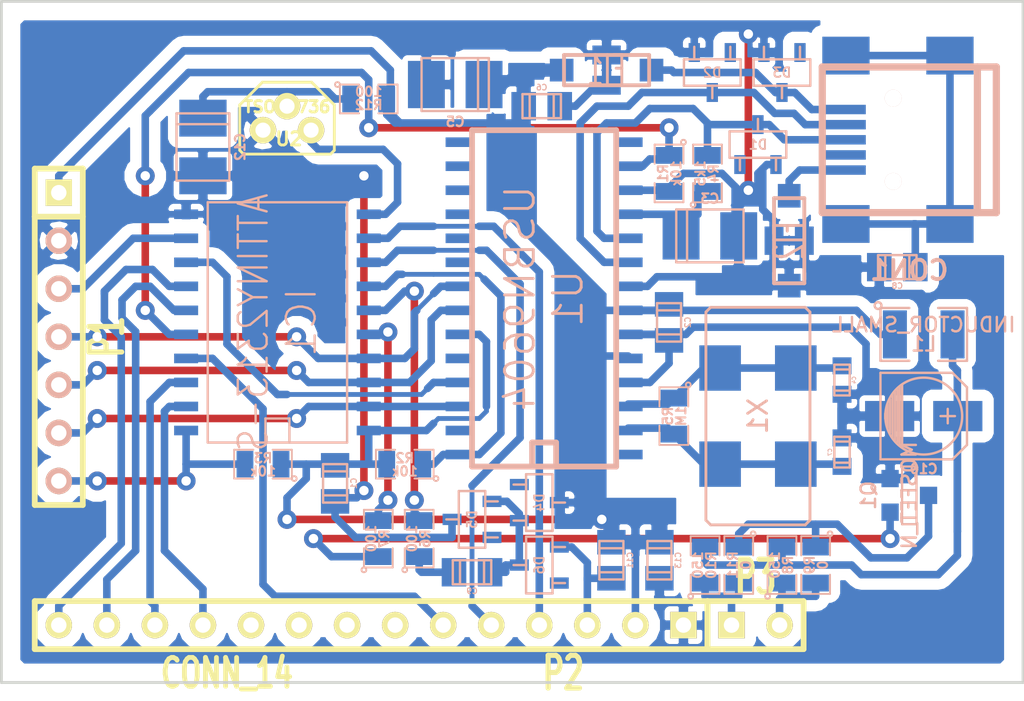
<source format=kicad_pcb>
(kicad_pcb (version 3) (host pcbnew "(2013-jul-07)-stable")
  (layers (15 F.Cu signal) (0 B.Cu signal) (18 B.Paste user) (19 F.Paste user) (20 B.SilkS user) (21 F.SilkS user) (22 B.Mask user) (23 F.Mask user) (28 Edge.Cuts user))
  (net 0 "")
  (net 1 +5V)
  (net 2 /BACKLIGHT_PWM)
  (net 3 /CONTRAST_PWM)
  (net 4 /DISPLAY_D0)
  (net 5 /DISPLAY_D1)
  (net 6 /DISPLAY_D2)
  (net 7 /DISPLAY_D3)
  (net 8 /DISPLAY_ENABLE)
  (net 9 /DISPLAY_RS)
  (net 10 /DISPLAY_RW)
  (net 11 /EXT_CS)
  (net 12 /IR)
  (net 13 /RESET)
  (net 14 /USB_CS)
  (net 15 /USB_INTR)
  (net 16 /USB_RESET)
  (net 17 /USB_SCK)
  (net 18 /USB_SI)
  (net 19 /USB_SO)
  (net 20 GND)
  (net 21 N-000001)
  (net 22 N-0000010)
  (net 23 N-0000011)
  (net 24 N-0000012)
  (net 25 N-0000014)
  (net 26 N-000002)
  (net 27 N-000003)
  (net 28 N-0000034)
  (net 29 N-000004)
  (net 30 N-0000049)
  (net 31 N-000005)
  (net 32 N-0000050)
  (net 33 N-0000051)
  (net 34 N-000006)
  (net 35 N-000007)
  (net 36 N-000008)
  (net 37 N-000009)
  (module USB_MINI_B (layer B.Cu) (at 270.764 150.114 180)
    (fp_text reference CON1 (at 0 -6.90118 180) (layer B.SilkS) (effects (font (size 1.016 1.016) (thickness 0.2032)) (justify mirror)))
    (fp_text value USB-MINI-B hide)
    (pad 1 smd rect (at 3.44932 1.6002 180) (size 2.30124 0.50038) (layers B.Cu B.Paste B.Mask) (net 22 N-0000010))
    (pad 2 smd rect (at 3.44932 0.8001 180) (size 2.30124 0.50038) (layers B.Cu B.Paste B.Mask) (net 24 N-0000012))
    (pad 3 smd rect (at 3.44932 0 180) (size 2.30124 0.50038) (layers B.Cu B.Paste B.Mask) (net 23 N-0000011))
    (pad 4 smd rect (at 3.44932 -0.8001 180) (size 2.30124 0.50038) (layers B.Cu B.Paste B.Mask))
    (pad 5 smd rect (at 3.44932 -1.6002 180) (size 2.30124 0.50038) (layers B.Cu B.Paste B.Mask) (net 36 N-000008))
    (pad 6 smd rect (at 3.35026 4.45008 180) (size 2.49936 1.99898) (layers B.Cu B.Paste B.Mask) (net 35 N-000007))
    (pad 7 smd rect (at -2.14884 4.45008 180) (size 2.49936 1.99898) (layers B.Cu B.Paste B.Mask) (net 35 N-000007))
    (pad 8 smd rect (at 3.35026 -4.45008 180) (size 2.49936 1.99898) (layers B.Cu B.Paste B.Mask) (net 35 N-000007))
    (pad 9 smd rect (at -2.14884 -4.45008 180) (size 2.49936 1.99898) (layers B.Cu B.Paste B.Mask) (net 35 N-000007))
    (pad "" np_thru_hole circle (at 0.8509 2.19964 180) (size 0.89916 0.89916) (drill 0.89916) (layers *.Cu *.Mask B.SilkS))
    (pad 2 np_thru_hole circle (at 0.8509 -2.19964 180) (size 0.89916 0.89916) (drill 0.89916) (layers *.Cu *.Mask B.SilkS) (net 24 N-0000012))
  )
  (module TO92PN (layer F.Cu) (at 237.871 148.971 180)
    (fp_text reference U2 (at -0.1 -1.1 180) (layer F.SilkS) (effects (font (size 0.7 0.7))))
    (fp_text value TSOP1736 (at 0 0.6 180) (layer F.SilkS) (effects (font (size 0.6 0.6))))
    (pad 1 thru_hole circle (at 1.27 -0.635 180) (size 1.4 1.4) (drill 0.8) (layers *.Cu *.Mask F.SilkS) (net 20 GND))
    (pad 2 thru_hole circle (at 0 0.635 180) (size 1.4 1.4) (drill 0.8) (layers *.Cu *.Mask F.SilkS) (net 28 N-0000034))
    (pad 3 thru_hole circle (at -1.27 -0.635 180) (size 1.4 1.4) (drill 0.8) (layers *.Cu *.Mask F.SilkS) (net 12 /IR))
  )
  (module SOT23GDS (layer B.Cu) (at 270.764 168.91 270)
    (fp_text reference Q1 (at 0 2.159 270) (layer B.SilkS) (effects (font (size 0.762 0.762) (thickness 0.12954)) (justify mirror)))
    (fp_text value MOSFET_N (at 0 0 270) (layer B.SilkS) (effects (font (size 0.762 0.762) (thickness 0.12954)) (justify mirror)))
    (pad S smd rect (at -0.889 1.016 270) (size 0.9144 0.9144) (layers B.Cu B.Paste B.Mask) (net 20 GND))
    (pad G smd rect (at 0.889 1.016 270) (size 0.9144 0.9144) (layers B.Cu B.Paste B.Mask) (net 31 N-000005))
    (pad D smd rect (at 0 -1.016 270) (size 0.9144 0.9144) (layers B.Cu B.Paste B.Mask) (net 34 N-000006))
  )
  (module sot23 (layer B.Cu) (at 251.206 169.291 90)
    (fp_text reference D4 (at 0 0 90) (layer B.SilkS) (effects (font (size 0.50038 0.50038) (thickness 0.09906)) (justify mirror)))
    (fp_text value DIODESCH hide)
    (pad 1 smd rect (at -0.9525 -1.05664 90) (size 0.59944 1.00076) (layers B.Cu B.Paste B.Mask) (net 27 N-000003))
    (pad 2 smd rect (at 0 1.05664 90) (size 0.59944 1.00076) (layers B.Cu B.Paste B.Mask) (net 1 +5V))
    (pad 3 smd rect (at 0.9525 -1.05664 90) (size 0.59944 1.00076) (layers B.Cu B.Paste B.Mask))
  )
  (module sot23 (layer B.Cu) (at 251.206 172.593 270)
    (fp_text reference D6 (at 0 0 270) (layer B.SilkS) (effects (font (size 0.50038 0.50038) (thickness 0.09906)) (justify mirror)))
    (fp_text value DIODESCH hide)
    (pad 1 smd rect (at -0.9525 -1.05664 270) (size 0.59944 1.00076) (layers B.Cu B.Paste B.Mask) (net 26 N-000002))
    (pad 2 smd rect (at 0 1.05664 270) (size 0.59944 1.00076) (layers B.Cu B.Paste B.Mask) (net 27 N-000003))
    (pad 3 smd rect (at 0.9525 -1.05664 270) (size 0.59944 1.00076) (layers B.Cu B.Paste B.Mask))
  )
  (module sot23 (layer B.Cu) (at 247.65 170.18 270)
    (fp_text reference D5 (at 0 0 270) (layer B.SilkS) (effects (font (size 0.50038 0.50038) (thickness 0.09906)) (justify mirror)))
    (fp_text value DIODESCH hide)
    (pad 1 smd rect (at -0.9525 -1.05664 270) (size 0.59944 1.00076) (layers B.Cu B.Paste B.Mask) (net 27 N-000003))
    (pad 2 smd rect (at 0 1.05664 270) (size 0.59944 1.00076) (layers B.Cu B.Paste B.Mask) (net 20 GND))
    (pad 3 smd rect (at 0.9525 -1.05664 270) (size 0.59944 1.00076) (layers B.Cu B.Paste B.Mask))
  )
  (module SO28 (layer B.Cu) (at 251.46 158.496 90)
    (fp_text reference U1 (at 0 1.26492 90) (layer B.SilkS) (effects (font (size 1.524 1.524) (thickness 0.1524)) (justify mirror)))
    (fp_text value USBN9604 (at 0 -1.27 90) (layer B.SilkS) (effects (font (size 1.524 1.524) (thickness 0.1524)) (justify mirror)))
    (pad 1 smd rect (at -8.255 -4.572 90) (size 0.508 1.27) (layers B.Cu B.Paste B.Mask) (net 14 /USB_CS))
    (pad 2 smd rect (at -6.985 -4.572 90) (size 0.508 1.27) (layers B.Cu B.Paste B.Mask))
    (pad 3 smd rect (at -5.715 -4.572 90) (size 0.508 1.27) (layers B.Cu B.Paste B.Mask) (net 17 /USB_SCK))
    (pad 4 smd rect (at -4.445 -4.572 90) (size 0.508 1.27) (layers B.Cu B.Paste B.Mask) (net 15 /USB_INTR))
    (pad 5 smd rect (at -3.175 -4.572 90) (size 0.508 1.27) (layers B.Cu B.Paste B.Mask))
    (pad 6 smd rect (at -1.905 -4.572 90) (size 0.508 1.27) (layers B.Cu B.Paste B.Mask) (net 1 +5V))
    (pad 7 smd rect (at -0.635 -4.572 90) (size 0.508 1.27) (layers B.Cu B.Paste B.Mask) (net 18 /USB_SI))
    (pad 8 smd rect (at 0.635 -4.572 90) (size 0.508 1.27) (layers B.Cu B.Paste B.Mask) (net 19 /USB_SO))
    (pad 9 smd rect (at 1.905 -4.572 90) (size 0.508 1.27) (layers B.Cu B.Paste B.Mask))
    (pad 10 smd rect (at 3.175 -4.572 90) (size 0.508 1.27) (layers B.Cu B.Paste B.Mask))
    (pad 11 smd rect (at 4.445 -4.572 90) (size 0.508 1.27) (layers B.Cu B.Paste B.Mask))
    (pad 12 smd rect (at 5.715 -4.572 90) (size 0.508 1.27) (layers B.Cu B.Paste B.Mask))
    (pad 13 smd rect (at 6.985 -4.572 90) (size 0.508 1.27) (layers B.Cu B.Paste B.Mask))
    (pad 14 smd rect (at 8.255 -4.572 90) (size 0.508 1.27) (layers B.Cu B.Paste B.Mask))
    (pad 15 smd rect (at 8.255 4.572 90) (size 0.508 1.27) (layers B.Cu B.Paste B.Mask))
    (pad 16 smd rect (at 6.985 4.572 90) (size 0.508 1.27) (layers B.Cu B.Paste B.Mask) (net 16 /USB_RESET))
    (pad 17 smd rect (at 5.715 4.572 90) (size 0.508 1.27) (layers B.Cu B.Paste B.Mask) (net 20 GND))
    (pad 18 smd rect (at 4.445 4.572 90) (size 0.508 1.27) (layers B.Cu B.Paste B.Mask) (net 37 N-000009))
    (pad 19 smd rect (at 3.175 4.572 90) (size 0.508 1.27) (layers B.Cu B.Paste B.Mask) (net 23 N-0000011))
    (pad 20 smd rect (at 1.905 4.572 90) (size 0.508 1.27) (layers B.Cu B.Paste B.Mask) (net 24 N-0000012))
    (pad 21 smd rect (at 0.635 4.572 90) (size 0.508 1.27) (layers B.Cu B.Paste B.Mask) (net 20 GND))
    (pad 22 smd rect (at -0.635 4.572 90) (size 0.508 1.27) (layers B.Cu B.Paste B.Mask) (net 1 +5V))
    (pad 23 smd rect (at -1.905 4.572 90) (size 0.508 1.27) (layers B.Cu B.Paste B.Mask) (net 20 GND))
    (pad 24 smd rect (at -3.175 4.572 90) (size 0.508 1.27) (layers B.Cu B.Paste B.Mask) (net 1 +5V))
    (pad 25 smd rect (at -4.445 4.572 90) (size 0.508 1.27) (layers B.Cu B.Paste B.Mask) (net 20 GND))
    (pad 26 smd rect (at -5.715 4.572 90) (size 0.508 1.27) (layers B.Cu B.Paste B.Mask) (net 33 N-0000051))
    (pad 27 smd rect (at -6.985 4.572 90) (size 0.508 1.27) (layers B.Cu B.Paste B.Mask) (net 30 N-0000049))
    (pad 28 smd rect (at -8.255 4.572 90) (size 0.508 1.27) (layers B.Cu B.Paste B.Mask))
  )
  (module SO20L (layer B.Cu) (at 237.363 159.766 90)
    (fp_text reference IC1 (at 0 1.27 90) (layer B.SilkS) (effects (font (size 1.524 1.524) (thickness 0.127)) (justify mirror)))
    (fp_text value ATTINY2313-S (at 0 -1.27 90) (layer B.SilkS) (effects (font (size 1.524 1.27) (thickness 0.127)) (justify mirror)))
    (pad 11 smd rect (at 5.715 4.826 90) (size 0.508 1.27) (layers B.Cu B.Paste B.Mask) (net 12 /IR))
    (pad 12 smd rect (at 4.445 4.826 90) (size 0.508 1.27) (layers B.Cu B.Paste B.Mask) (net 9 /DISPLAY_RS))
    (pad 13 smd rect (at 3.175 4.826 90) (size 0.508 1.27) (layers B.Cu B.Paste B.Mask) (net 10 /DISPLAY_RW))
    (pad 14 smd rect (at 1.905 4.826 90) (size 0.508 1.27) (layers B.Cu B.Paste B.Mask) (net 14 /USB_CS))
    (pad 15 smd rect (at 0.635 4.826 90) (size 0.508 1.27) (layers B.Cu B.Paste B.Mask) (net 3 /CONTRAST_PWM))
    (pad 16 smd rect (at -0.635 4.826 90) (size 0.508 1.27) (layers B.Cu B.Paste B.Mask) (net 2 /BACKLIGHT_PWM))
    (pad 17 smd rect (at -1.905 4.826 90) (size 0.508 1.27) (layers B.Cu B.Paste B.Mask) (net 19 /USB_SO))
    (pad 18 smd rect (at -3.175 4.826 90) (size 0.508 1.27) (layers B.Cu B.Paste B.Mask) (net 18 /USB_SI))
    (pad 19 smd rect (at -4.445 4.826 90) (size 0.508 1.27) (layers B.Cu B.Paste B.Mask) (net 17 /USB_SCK))
    (pad 20 smd rect (at -5.715 4.826 90) (size 0.508 1.27) (layers B.Cu B.Paste B.Mask) (net 1 +5V))
    (pad 1 smd rect (at -5.715 -4.826 90) (size 0.508 1.27) (layers B.Cu B.Paste B.Mask) (net 13 /RESET))
    (pad 2 smd rect (at -4.445 -4.826 90) (size 0.508 1.27) (layers B.Cu B.Paste B.Mask) (net 4 /DISPLAY_D0))
    (pad 3 smd rect (at -3.175 -4.826 90) (size 0.508 1.27) (layers B.Cu B.Paste B.Mask) (net 5 /DISPLAY_D1))
    (pad 4 smd rect (at -1.905 -4.826 90) (size 0.508 1.27) (layers B.Cu B.Paste B.Mask) (net 8 /DISPLAY_ENABLE))
    (pad 5 smd rect (at -0.635 -4.826 90) (size 0.508 1.27) (layers B.Cu B.Paste B.Mask) (net 16 /USB_RESET))
    (pad 6 smd rect (at 0.635 -4.826 90) (size 0.508 1.27) (layers B.Cu B.Paste B.Mask) (net 6 /DISPLAY_D2))
    (pad 7 smd rect (at 1.905 -4.826 90) (size 0.508 1.27) (layers B.Cu B.Paste B.Mask) (net 7 /DISPLAY_D3))
    (pad 8 smd rect (at 3.175 -4.826 90) (size 0.508 1.27) (layers B.Cu B.Paste B.Mask) (net 15 /USB_INTR))
    (pad 9 smd rect (at 4.445 -4.826 90) (size 0.508 1.27) (layers B.Cu B.Paste B.Mask) (net 11 /EXT_CS))
    (pad 10 smd rect (at 5.715 -4.826 90) (size 0.508 1.27) (layers B.Cu B.Paste B.Mask) (net 20 GND))
  )
  (module SM0805 (layer B.Cu) (at 265.811 172.593 270)
    (fp_text reference R9 (at 0 0.3175 270) (layer B.SilkS) (effects (font (size 0.50038 0.50038) (thickness 0.10922)) (justify mirror)))
    (fp_text value 0 (at 0 -0.381 270) (layer B.SilkS) (effects (font (size 0.50038 0.50038) (thickness 0.10922)) (justify mirror)))
    (pad 1 smd rect (at -0.9525 0 270) (size 0.889 1.397) (layers B.Cu B.Paste B.Mask) (net 34 N-000006))
    (pad 2 smd rect (at 0.9525 0 270) (size 0.889 1.397) (layers B.Cu B.Paste B.Mask) (net 25 N-0000014))
  )
  (module SM0805 (layer B.Cu) (at 244.856 171.196 90)
    (fp_text reference R6 (at 0 0.3175 90) (layer B.SilkS) (effects (font (size 0.50038 0.50038) (thickness 0.10922)) (justify mirror)))
    (fp_text value 100 (at 0 -0.381 90) (layer B.SilkS) (effects (font (size 0.50038 0.50038) (thickness 0.10922)) (justify mirror)))
    (pad 1 smd rect (at -0.9525 0 90) (size 0.889 1.397) (layers B.Cu B.Paste B.Mask) (net 32 N-0000050))
    (pad 2 smd rect (at 0.9525 0 90) (size 0.889 1.397) (layers B.Cu B.Paste B.Mask) (net 3 /CONTRAST_PWM))
  )
  (module SM0805 (layer B.Cu) (at 242.189 147.955)
    (fp_text reference R12 (at 0 0.3175) (layer B.SilkS) (effects (font (size 0.50038 0.50038) (thickness 0.10922)) (justify mirror)))
    (fp_text value 100 (at 0 -0.381) (layer B.SilkS) (effects (font (size 0.50038 0.50038) (thickness 0.10922)) (justify mirror)))
    (pad 1 smd rect (at -0.9525 0) (size 0.889 1.397) (layers B.Cu B.Paste B.Mask) (net 28 N-0000034))
    (pad 2 smd rect (at 0.9525 0) (size 0.889 1.397) (layers B.Cu B.Paste B.Mask) (net 1 +5V))
  )
  (module SM0805 (layer B.Cu) (at 260.096 151.892 90)
    (fp_text reference R4 (at 0 0.3175 90) (layer B.SilkS) (effects (font (size 0.50038 0.50038) (thickness 0.10922)) (justify mirror)))
    (fp_text value 1k5 (at 0 -0.381 90) (layer B.SilkS) (effects (font (size 0.50038 0.50038) (thickness 0.10922)) (justify mirror)))
    (pad 1 smd rect (at -0.9525 0 90) (size 0.889 1.397) (layers B.Cu B.Paste B.Mask) (net 37 N-000009))
    (pad 2 smd rect (at 0.9525 0 90) (size 0.889 1.397) (layers B.Cu B.Paste B.Mask) (net 23 N-0000011))
  )
  (module SM0805 (layer B.Cu) (at 258.318 164.719 270)
    (fp_text reference R5 (at 0 0.3175 270) (layer B.SilkS) (effects (font (size 0.50038 0.50038) (thickness 0.10922)) (justify mirror)))
    (fp_text value 1M (at 0 -0.381 270) (layer B.SilkS) (effects (font (size 0.50038 0.50038) (thickness 0.10922)) (justify mirror)))
    (pad 1 smd rect (at -0.9525 0 270) (size 0.889 1.397) (layers B.Cu B.Paste B.Mask) (net 33 N-0000051))
    (pad 2 smd rect (at 0.9525 0 270) (size 0.889 1.397) (layers B.Cu B.Paste B.Mask) (net 30 N-0000049))
  )
  (module SM0805 (layer B.Cu) (at 242.697 171.196 90)
    (fp_text reference R7 (at 0 0.3175 90) (layer B.SilkS) (effects (font (size 0.50038 0.50038) (thickness 0.10922)) (justify mirror)))
    (fp_text value 100 (at 0 -0.381 90) (layer B.SilkS) (effects (font (size 0.50038 0.50038) (thickness 0.10922)) (justify mirror)))
    (pad 1 smd rect (at -0.9525 0 90) (size 0.889 1.397) (layers B.Cu B.Paste B.Mask) (net 31 N-000005))
    (pad 2 smd rect (at 0.9525 0 90) (size 0.889 1.397) (layers B.Cu B.Paste B.Mask) (net 2 /BACKLIGHT_PWM))
  )
  (module SM0805 (layer B.Cu) (at 261.747 172.593 270)
    (fp_text reference R11 (at 0 0.3175 270) (layer B.SilkS) (effects (font (size 0.50038 0.50038) (thickness 0.10922)) (justify mirror)))
    (fp_text value 0 (at 0 -0.381 270) (layer B.SilkS) (effects (font (size 0.50038 0.50038) (thickness 0.10922)) (justify mirror)))
    (pad 1 smd rect (at -0.9525 0 270) (size 0.889 1.397) (layers B.Cu B.Paste B.Mask) (net 34 N-000006))
    (pad 2 smd rect (at 0.9525 0 270) (size 0.889 1.397) (layers B.Cu B.Paste B.Mask) (net 21 N-000001))
  )
  (module SM0805 (layer B.Cu) (at 264.033 172.593 90)
    (fp_text reference R8 (at 0 0.3175 90) (layer B.SilkS) (effects (font (size 0.50038 0.50038) (thickness 0.10922)) (justify mirror)))
    (fp_text value 150 (at 0 -0.381 90) (layer B.SilkS) (effects (font (size 0.50038 0.50038) (thickness 0.10922)) (justify mirror)))
    (pad 1 smd rect (at -0.9525 0 90) (size 0.889 1.397) (layers B.Cu B.Paste B.Mask) (net 25 N-0000014))
    (pad 2 smd rect (at 0.9525 0 90) (size 0.889 1.397) (layers B.Cu B.Paste B.Mask) (net 29 N-000004))
  )
  (module SM0805 (layer B.Cu) (at 259.969 172.593 90)
    (fp_text reference R10 (at 0 0.3175 90) (layer B.SilkS) (effects (font (size 0.50038 0.50038) (thickness 0.10922)) (justify mirror)))
    (fp_text value 150 (at 0 -0.381 90) (layer B.SilkS) (effects (font (size 0.50038 0.50038) (thickness 0.10922)) (justify mirror)))
    (pad 1 smd rect (at -0.9525 0 90) (size 0.889 1.397) (layers B.Cu B.Paste B.Mask) (net 21 N-000001))
    (pad 2 smd rect (at 0.9525 0 90) (size 0.889 1.397) (layers B.Cu B.Paste B.Mask) (net 29 N-000004))
  )
  (module SM0805 (layer B.Cu) (at 258.064 151.892 270)
    (fp_text reference R1 (at 0 0.3175 270) (layer B.SilkS) (effects (font (size 0.50038 0.50038) (thickness 0.10922)) (justify mirror)))
    (fp_text value 10k (at 0 -0.381 270) (layer B.SilkS) (effects (font (size 0.50038 0.50038) (thickness 0.10922)) (justify mirror)))
    (pad 1 smd rect (at -0.9525 0 270) (size 0.889 1.397) (layers B.Cu B.Paste B.Mask) (net 16 /USB_RESET))
    (pad 2 smd rect (at 0.9525 0 270) (size 0.889 1.397) (layers B.Cu B.Paste B.Mask) (net 20 GND))
  )
  (module SM0805 (layer B.Cu) (at 236.601 167.259 180)
    (fp_text reference R3 (at 0 0.3175 180) (layer B.SilkS) (effects (font (size 0.50038 0.50038) (thickness 0.10922)) (justify mirror)))
    (fp_text value 10k (at 0 -0.381 180) (layer B.SilkS) (effects (font (size 0.50038 0.50038) (thickness 0.10922)) (justify mirror)))
    (pad 1 smd rect (at -0.9525 0 180) (size 0.889 1.397) (layers B.Cu B.Paste B.Mask) (net 1 +5V))
    (pad 2 smd rect (at 0.9525 0 180) (size 0.889 1.397) (layers B.Cu B.Paste B.Mask) (net 13 /RESET))
  )
  (module SM0805 (layer B.Cu) (at 244.094 167.259 180)
    (fp_text reference R2 (at 0 0.3175 180) (layer B.SilkS) (effects (font (size 0.50038 0.50038) (thickness 0.10922)) (justify mirror)))
    (fp_text value 10k (at 0 -0.381 180) (layer B.SilkS) (effects (font (size 0.50038 0.50038) (thickness 0.10922)) (justify mirror)))
    (pad 1 smd rect (at -0.9525 0 180) (size 0.889 1.397) (layers B.Cu B.Paste B.Mask) (net 14 /USB_CS))
    (pad 2 smd rect (at 0.9525 0 180) (size 0.889 1.397) (layers B.Cu B.Paste B.Mask) (net 1 +5V))
  )
  (module SIL-7 (layer F.Cu) (at 225.806 160.528 270)
    (fp_text reference P1 (at 0 -2.54 270) (layer F.SilkS) (effects (font (size 1.72974 1.08712) (thickness 0.3048))))
    (fp_text value CONN_7 hide)
    (pad 1 thru_hole rect (at -7.62 0 270) (size 1.397 1.397) (drill 0.8128) (layers *.Cu *.Mask F.SilkS) (net 1 +5V))
    (pad 2 thru_hole circle (at -5.08 0 270) (size 1.397 1.397) (drill 0.8128) (layers *.Cu *.SilkS *.Mask) (net 20 GND))
    (pad 3 thru_hole circle (at -2.54 0 270) (size 1.397 1.397) (drill 0.8128) (layers *.Cu *.SilkS *.Mask) (net 11 /EXT_CS))
    (pad 4 thru_hole circle (at 0 0 270) (size 1.397 1.397) (drill 0.8128) (layers *.Cu *.SilkS *.Mask) (net 19 /USB_SO))
    (pad 5 thru_hole circle (at 2.54 0 270) (size 1.397 1.397) (drill 0.8128) (layers *.Cu *.SilkS *.Mask) (net 18 /USB_SI))
    (pad 6 thru_hole circle (at 5.08 0 270) (size 1.397 1.397) (drill 0.8128) (layers *.Cu *.SilkS *.Mask) (net 17 /USB_SCK))
    (pad 7 thru_hole circle (at 7.62 0 270) (size 1.397 1.397) (drill 0.8128) (layers *.Cu *.SilkS *.Mask) (net 13 /RESET))
  )
  (module SIL-2 (layer F.Cu) (at 262.636 175.768)
    (fp_text reference P3 (at 0 -2.54) (layer F.SilkS) (effects (font (size 1.72974 1.08712) (thickness 0.3048))))
    (fp_text value CONN_2 hide)
    (pad 1 thru_hole rect (at -1.27 0) (size 1.397 1.397) (drill 0.8128) (layers *.Cu *.Mask F.SilkS) (net 21 N-000001))
    (pad 2 thru_hole circle (at 1.27 0) (size 1.397 1.397) (drill 0.8128) (layers *.Cu *.Mask F.SilkS) (net 25 N-0000014))
  )
  (module SIL-14 (layer F.Cu) (at 242.316 175.768 180)
    (fp_text reference P2 (at -10.16 -2.54 180) (layer F.SilkS) (effects (font (size 1.72974 1.08712) (thickness 0.3048))))
    (fp_text value CONN_14 (at 7.62 -2.54 180) (layer F.SilkS) (effects (font (size 1.524 1.016) (thickness 0.3048))))
    (pad 1 thru_hole rect (at -16.51 0 180) (size 1.397 1.397) (drill 0.8128) (layers *.Cu *.Mask F.SilkS) (net 20 GND))
    (pad 2 thru_hole circle (at -13.97 0 180) (size 1.397 1.397) (drill 0.8128) (layers *.Cu *.Mask F.SilkS) (net 1 +5V))
    (pad 3 thru_hole circle (at -11.43 0 180) (size 1.397 1.397) (drill 0.8128) (layers *.Cu *.Mask F.SilkS) (net 26 N-000002))
    (pad 4 thru_hole circle (at -8.89 0 180) (size 1.397 1.397) (drill 0.8128) (layers *.Cu *.Mask F.SilkS) (net 9 /DISPLAY_RS))
    (pad 5 thru_hole circle (at -6.35 0 180) (size 1.397 1.397) (drill 0.8128) (layers *.Cu *.Mask F.SilkS) (net 10 /DISPLAY_RW))
    (pad 6 thru_hole circle (at -3.81 0 180) (size 1.397 1.397) (drill 0.8128) (layers *.Cu *.Mask F.SilkS) (net 8 /DISPLAY_ENABLE))
    (pad 7 thru_hole circle (at -1.27 0 180) (size 1.397 1.397) (drill 0.8128) (layers *.Cu *.Mask F.SilkS))
    (pad 8 thru_hole circle (at 1.27 0 180) (size 1.397 1.397) (drill 0.8128) (layers *.Cu *.Mask F.SilkS))
    (pad 9 thru_hole circle (at 3.81 0 180) (size 1.397 1.397) (drill 0.8128) (layers *.Cu *.Mask F.SilkS))
    (pad 10 thru_hole circle (at 6.35 0 180) (size 1.397 1.397) (drill 0.8128) (layers *.Cu *.Mask F.SilkS))
    (pad 11 thru_hole circle (at 8.89 0 180) (size 1.397 1.397) (drill 0.8128) (layers *.Cu *.Mask F.SilkS) (net 4 /DISPLAY_D0))
    (pad 12 thru_hole circle (at 11.43 0 180) (size 1.397 1.397) (drill 0.8128) (layers *.Cu *.Mask F.SilkS) (net 5 /DISPLAY_D1))
    (pad 13 thru_hole circle (at 13.97 0 180) (size 1.397 1.397) (drill 0.8128) (layers *.Cu *.Mask F.SilkS) (net 6 /DISPLAY_D2))
    (pad 14 thru_hole circle (at 16.51 0 180) (size 1.397 1.397) (drill 0.8128) (layers *.Cu *.Mask F.SilkS) (net 7 /DISPLAY_D3))
  )
  (module crystal_c1 (layer B.Cu) (at 262.763 164.719 270)
    (fp_text reference X1 (at 0 0 270) (layer B.SilkS) (effects (justify mirror)))
    (fp_text value 24MHz hide)
    (pad 1 smd rect (at -2.54 -2 270) (size 2.4 2.2) (layers B.Cu B.Paste B.Mask) (net 33 N-0000051))
    (pad 2 smd rect (at 2.54 2 270) (size 2.4 2.2) (layers B.Cu B.Paste B.Mask) (net 30 N-0000049))
    (pad 1 smd rect (at -2.54 2 270) (size 2.4 2.2) (layers B.Cu B.Paste B.Mask) (net 33 N-0000051))
    (pad 2 smd rect (at 2.54 -2 270) (size 2.4 2.2) (layers B.Cu B.Paste B.Mask) (net 30 N-0000049))
  )
  (module c_tant_B (layer B.Cu) (at 246.761 147.193)
    (fp_text reference C5 (at 0 1.9685) (layer B.SilkS) (effects (font (size 0.50038 0.50038) (thickness 0.11938)) (justify mirror)))
    (fp_text value 10µ hide)
    (pad 1 smd rect (at 1.524 0) (size 1.95072 2.49936) (layers B.Cu B.Paste B.Mask) (net 1 +5V))
    (pad 2 smd rect (at -1.524 0) (size 1.95072 2.49936) (layers B.Cu B.Paste B.Mask) (net 20 GND))
  )
  (module c_tant_B (layer B.Cu) (at 260.223 155.194 180)
    (fp_text reference C3 (at 0 1.9685 180) (layer B.SilkS) (effects (font (size 0.50038 0.50038) (thickness 0.11938)) (justify mirror)))
    (fp_text value "1µ Tantal" hide)
    (pad 1 smd rect (at 1.524 0 180) (size 1.95072 2.49936) (layers B.Cu B.Paste B.Mask) (net 37 N-000009))
    (pad 2 smd rect (at -1.524 0 180) (size 1.95072 2.49936) (layers B.Cu B.Paste B.Mask) (net 20 GND))
  )
  (module c_0805 (layer B.Cu) (at 247.65 172.974)
    (fp_text reference C9 (at 0 0.9906) (layer B.SilkS) (effects (font (size 0.29972 0.29972) (thickness 0.06096)) (justify mirror)))
    (fp_text value 100n hide)
    (pad 1 smd rect (at 0.9525 0) (size 1.30048 1.4986) (layers B.Cu B.Paste B.Mask) (net 27 N-000003))
    (pad 2 smd rect (at -0.9525 0) (size 1.30048 1.4986) (layers B.Cu B.Paste B.Mask) (net 32 N-0000050))
  )
  (module c_0805 (layer B.Cu) (at 255.016 172.339 90)
    (fp_text reference C11 (at 0 0.9906 90) (layer B.SilkS) (effects (font (size 0.29972 0.29972) (thickness 0.06096)) (justify mirror)))
    (fp_text value 100n hide)
    (pad 1 smd rect (at 0.9525 0 90) (size 1.30048 1.4986) (layers B.Cu B.Paste B.Mask) (net 1 +5V))
    (pad 2 smd rect (at -0.9525 0 90) (size 1.30048 1.4986) (layers B.Cu B.Paste B.Mask) (net 26 N-000002))
  )
  (module c_0805 (layer B.Cu) (at 270.129 156.845)
    (fp_text reference C8 (at 0 0.9906) (layer B.SilkS) (effects (font (size 0.29972 0.29972) (thickness 0.06096)) (justify mirror)))
    (fp_text value 100n hide)
    (pad 1 smd rect (at 0.9525 0) (size 1.30048 1.4986) (layers B.Cu B.Paste B.Mask) (net 35 N-000007))
    (pad 2 smd rect (at -0.9525 0) (size 1.30048 1.4986) (layers B.Cu B.Paste B.Mask) (net 20 GND))
  )
  (module c_0805 (layer B.Cu) (at 258.064 159.766 90)
    (fp_text reference C2 (at 0 0.9906 90) (layer B.SilkS) (effects (font (size 0.29972 0.29972) (thickness 0.06096)) (justify mirror)))
    (fp_text value 100n hide)
    (pad 1 smd rect (at 0.9525 0 90) (size 1.30048 1.4986) (layers B.Cu B.Paste B.Mask) (net 1 +5V))
    (pad 2 smd rect (at -0.9525 0 90) (size 1.30048 1.4986) (layers B.Cu B.Paste B.Mask) (net 20 GND))
  )
  (module c_0805 (layer B.Cu) (at 251.333 148.336 180)
    (fp_text reference C6 (at 0 0.9906 180) (layer B.SilkS) (effects (font (size 0.29972 0.29972) (thickness 0.06096)) (justify mirror)))
    (fp_text value 100n hide)
    (pad 1 smd rect (at 0.9525 0 180) (size 1.30048 1.4986) (layers B.Cu B.Paste B.Mask) (net 1 +5V))
    (pad 2 smd rect (at -0.9525 0 180) (size 1.30048 1.4986) (layers B.Cu B.Paste B.Mask) (net 20 GND))
  )
  (module c_0805 (layer B.Cu) (at 257.556 172.339 90)
    (fp_text reference C13 (at 0 0.9906 90) (layer B.SilkS) (effects (font (size 0.29972 0.29972) (thickness 0.06096)) (justify mirror)))
    (fp_text value 100n hide)
    (pad 1 smd rect (at 0.9525 0 90) (size 1.30048 1.4986) (layers B.Cu B.Paste B.Mask) (net 1 +5V))
    (pad 2 smd rect (at -0.9525 0 90) (size 1.30048 1.4986) (layers B.Cu B.Paste B.Mask) (net 20 GND))
  )
  (module c_0805 (layer B.Cu) (at 240.411 168.275 90)
    (fp_text reference C1 (at 0 0.9906 90) (layer B.SilkS) (effects (font (size 0.29972 0.29972) (thickness 0.06096)) (justify mirror)))
    (fp_text value 100n hide)
    (pad 1 smd rect (at 0.9525 0 90) (size 1.30048 1.4986) (layers B.Cu B.Paste B.Mask) (net 1 +5V))
    (pad 2 smd rect (at -0.9525 0 90) (size 1.30048 1.4986) (layers B.Cu B.Paste B.Mask) (net 20 GND))
  )
  (module c_0603 (layer B.Cu) (at 267.208 166.624 270)
    (fp_text reference C7 (at 0 0.635 270) (layer B.SilkS) (effects (font (size 0.20066 0.20066) (thickness 0.04064)) (justify mirror)))
    (fp_text value 15p hide)
    (pad 1 smd rect (at 0.75184 0 270) (size 0.89916 1.00076) (layers B.Cu B.Paste B.Mask) (net 30 N-0000049))
    (pad 2 smd rect (at -0.75184 0 270) (size 0.89916 1.00076) (layers B.Cu B.Paste B.Mask) (net 20 GND))
  )
  (module c_0603 (layer B.Cu) (at 267.208 162.814 90)
    (fp_text reference C4 (at 0 0.635 90) (layer B.SilkS) (effects (font (size 0.20066 0.20066) (thickness 0.04064)) (justify mirror)))
    (fp_text value 15p hide)
    (pad 1 smd rect (at 0.75184 0 90) (size 0.89916 1.00076) (layers B.Cu B.Paste B.Mask) (net 33 N-0000051))
    (pad 2 smd rect (at -0.75184 0 90) (size 0.89916 1.00076) (layers B.Cu B.Paste B.Mask) (net 20 GND))
  )
  (module c_elec_4x4.5 (layer B.Cu) (at 271.526 164.719)
    (fp_text reference C10 (at 0 2.794) (layer B.SilkS) (effects (font (size 0.50038 0.50038) (thickness 0.11938)) (justify mirror)))
    (fp_text value 100µ hide)
    (pad 1 smd rect (at 1.80086 0) (size 2.60096 1.6002) (layers B.Cu B.Paste B.Mask) (net 29 N-000004))
    (pad 2 smd rect (at -1.80086 0) (size 2.60096 1.6002) (layers B.Cu B.Paste B.Mask) (net 20 GND))
  )
  (module SM1210 (layer B.Cu) (at 271.526 160.401)
    (fp_text reference L1 (at 0 0.508) (layer B.SilkS) (effects (font (size 0.762 0.762) (thickness 0.127)) (justify mirror)))
    (fp_text value INDUCTOR_SMALL (at 0 -0.508) (layer B.SilkS) (effects (font (size 0.762 0.762) (thickness 0.127)) (justify mirror)))
    (pad 1 smd rect (at -1.524 0) (size 1.27 2.54) (layers B.Cu B.Paste B.Mask) (net 1 +5V))
    (pad 2 smd rect (at 1.524 0) (size 1.27 2.54) (layers B.Cu B.Paste B.Mask) (net 29 N-000004))
  )
  (module emi_smd_1806 (layer B.Cu) (at 254.762 146.431 180)
    (fp_text reference FI1 (at 0 0 180) (layer B.SilkS) (effects (font (size 1.524 0.889) (thickness 0.1524)) (justify mirror)))
    (fp_text value EMI_FILTER2 hide)
    (pad 1 smd rect (at -2.375 0 180) (size 1.25 1.2) (layers B.Cu B.Paste B.Mask) (net 22 N-0000010))
    (pad 2 smd rect (at 0 -0.8 180) (size 1.5 1) (layers B.Cu B.Paste B.Mask) (net 20 GND))
    (pad 3 smd rect (at 2.375 0 180) (size 1.25 1.2) (layers B.Cu B.Paste B.Mask) (net 1 +5V))
    (pad 2 smd rect (at 0 0.8 180) (size 1.5 1) (layers B.Cu B.Paste B.Mask) (net 20 GND))
  )
  (module emi_smd_1806 (layer B.Cu) (at 264.414 155.448 270)
    (fp_text reference FI2 (at 0 0 270) (layer B.SilkS) (effects (font (size 1.524 0.889) (thickness 0.1524)) (justify mirror)))
    (fp_text value EMI_FILTER2 hide)
    (pad 1 smd rect (at -2.375 0 270) (size 1.25 1.2) (layers B.Cu B.Paste B.Mask) (net 36 N-000008))
    (pad 2 smd rect (at 0 -0.8 270) (size 1.5 1) (layers B.Cu B.Paste B.Mask) (net 20 GND))
    (pad 3 smd rect (at 2.375 0 270) (size 1.25 1.2) (layers B.Cu B.Paste B.Mask) (net 20 GND))
    (pad 2 smd rect (at 0 0.8 270) (size 1.5 1) (layers B.Cu B.Paste B.Mask) (net 20 GND))
  )
  (module sot23 (layer B.Cu) (at 264.033 146.558)
    (fp_text reference D3 (at 0 0) (layer B.SilkS) (effects (font (size 0.50038 0.50038) (thickness 0.09906)) (justify mirror)))
    (fp_text value ZENER hide)
    (pad 1 smd rect (at -0.9525 -1.05664) (size 0.59944 1.00076) (layers B.Cu B.Paste B.Mask) (net 20 GND))
    (pad 2 smd rect (at 0 1.05664) (size 0.59944 1.00076) (layers B.Cu B.Paste B.Mask) (net 22 N-0000010))
    (pad 3 smd rect (at 0.9525 -1.05664) (size 0.59944 1.00076) (layers B.Cu B.Paste B.Mask))
  )
  (module sot23 (layer B.Cu) (at 260.35 146.558)
    (fp_text reference D2 (at 0 0) (layer B.SilkS) (effects (font (size 0.50038 0.50038) (thickness 0.09906)) (justify mirror)))
    (fp_text value ZENER hide)
    (pad 1 smd rect (at -0.9525 -1.05664) (size 0.59944 1.00076) (layers B.Cu B.Paste B.Mask) (net 20 GND))
    (pad 2 smd rect (at 0 1.05664) (size 0.59944 1.00076) (layers B.Cu B.Paste B.Mask) (net 24 N-0000012))
    (pad 3 smd rect (at 0.9525 -1.05664) (size 0.59944 1.00076) (layers B.Cu B.Paste B.Mask))
  )
  (module sot23 (layer B.Cu) (at 262.763 150.368 180)
    (fp_text reference D1 (at 0 0 180) (layer B.SilkS) (effects (font (size 0.50038 0.50038) (thickness 0.09906)) (justify mirror)))
    (fp_text value ZENER hide)
    (pad 1 smd rect (at -0.9525 -1.05664 180) (size 0.59944 1.00076) (layers B.Cu B.Paste B.Mask) (net 20 GND))
    (pad 2 smd rect (at 0 1.05664 180) (size 0.59944 1.00076) (layers B.Cu B.Paste B.Mask) (net 23 N-0000011))
    (pad 3 smd rect (at 0.9525 -1.05664 180) (size 0.59944 1.00076) (layers B.Cu B.Paste B.Mask))
  )
  (module c_tant_B (layer B.Cu) (at 233.426 150.495 90)
    (fp_text reference C12 (at 0 1.9685 90) (layer B.SilkS) (effects (font (size 0.50038 0.50038) (thickness 0.11938)) (justify mirror)))
    (fp_text value 4µ7 hide)
    (pad 1 smd rect (at 1.524 0 90) (size 1.95072 2.49936) (layers B.Cu B.Paste B.Mask) (net 28 N-0000034))
    (pad 2 smd rect (at -1.524 0 90) (size 1.95072 2.49936) (layers B.Cu B.Paste B.Mask) (net 20 GND))
  )
  (gr_line (start 222.774 142.8) (end 222.774 178.8) (angle 90) (layer Edge.Cuts) (width 0.15))
  (gr_line (start 276.774 142.8) (end 222.774 142.8) (angle 90) (layer Edge.Cuts) (width 0.15))
  (gr_line (start 276.774 178.8) (end 276.774 142.8) (angle 90) (layer Edge.Cuts) (width 0.15))
  (gr_line (start 222.774 178.8) (end 276.774 178.8) (angle 90) (layer Edge.Cuts) (width 0.15))
  (segment (start 245.872 164.846) (end 245.618 165.1) (width 0.254) (layer B.Cu) (net 1))
  (segment (start 248.412 164.465) (end 248.412 164.211) (width 0.254) (layer B.Cu) (net 1))
  (segment (start 238.887 167.259) (end 238.887 168.021) (width 0.4) (layer B.Cu) (net 1))
  (via (at 237.871 170.18) (size 1) (drill 0.5) (layers F.Cu B.Cu) (net 1))
  (segment (start 237.871 170.18) (end 254.508 170.18) (width 0.4) (layer F.Cu) (net 1))
  (via (at 254.508 170.18) (size 1) (drill 0.5) (layers F.Cu B.Cu) (net 1))
  (segment (start 254.508 170.18) (end 254.508 169.291) (width 0.4) (layer B.Cu) (net 1))
  (segment (start 237.871 169.037) (end 238.887 168.021) (width 0.4) (layer B.Cu) (net 1))
  (segment (start 237.871 170.18) (end 237.871 169.037) (width 0.4) (layer B.Cu) (net 1))
  (segment (start 267.97 159.131) (end 269.24 160.401) (width 0.4) (layer B.Cu) (net 1))
  (segment (start 269.24 160.401) (end 270.002 160.401) (width 0.4) (layer B.Cu) (net 1))
  (segment (start 243.84 149.225) (end 243.332 148.717) (width 0.4) (layer B.Cu) (net 1))
  (segment (start 225.806 152.019) (end 225.806 152.908) (width 0.4) (layer B.Cu) (net 1))
  (segment (start 232.41 145.415) (end 225.806 152.019) (width 0.4) (layer B.Cu) (net 1))
  (segment (start 242.316 145.415) (end 232.41 145.415) (width 0.4) (layer B.Cu) (net 1))
  (segment (start 243.332 146.431) (end 242.316 145.415) (width 0.4) (layer B.Cu) (net 1))
  (segment (start 243.332 148.717) (end 243.332 146.431) (width 0.4) (layer B.Cu) (net 1))
  (segment (start 250.317 149.225) (end 250.317 148.3995) (width 0.4) (layer B.Cu) (net 1))
  (segment (start 250.317 148.3995) (end 250.3805 148.336) (width 0.4) (layer B.Cu) (net 1))
  (segment (start 250.317 149.225) (end 243.84 149.225) (width 0.4) (layer B.Cu) (net 1))
  (segment (start 243.84 149.225) (end 243.586 149.225) (width 0.4) (layer B.Cu) (net 1))
  (segment (start 243.1415 148.7805) (end 243.586 149.225) (width 0.4) (layer B.Cu) (net 1))
  (segment (start 243.1415 148.7805) (end 243.1415 147.955) (width 0.4) (layer B.Cu) (net 1))
  (segment (start 250.317 154.178) (end 250.317 149.225) (width 0.4) (layer B.Cu) (net 1))
  (segment (start 254.508 158.369) (end 250.317 154.178) (width 0.4) (layer B.Cu) (net 1))
  (segment (start 254.508 159.131) (end 254.508 158.369) (width 0.4) (layer B.Cu) (net 1))
  (segment (start 242.189 167.259) (end 240.4745 167.259) (width 0.4) (layer B.Cu) (net 1))
  (segment (start 240.4745 167.259) (end 240.411 167.3225) (width 0.4) (layer B.Cu) (net 1))
  (segment (start 238.887 167.259) (end 240.3475 167.259) (width 0.4) (layer B.Cu) (net 1))
  (segment (start 240.3475 167.259) (end 240.411 167.3225) (width 0.4) (layer B.Cu) (net 1))
  (segment (start 238.887 167.259) (end 237.5535 167.259) (width 0.4) (layer B.Cu) (net 1))
  (segment (start 256.032 159.131) (end 267.97 159.131) (width 0.4) (layer B.Cu) (net 1))
  (segment (start 256.032 159.131) (end 254.508 159.131) (width 0.4) (layer B.Cu) (net 1))
  (segment (start 257.7465 159.131) (end 258.064 158.8135) (width 0.4) (layer B.Cu) (net 1))
  (segment (start 256.032 159.131) (end 257.7465 159.131) (width 0.4) (layer B.Cu) (net 1))
  (segment (start 254.508 159.131) (end 254.508 161.544) (width 0.4) (layer B.Cu) (net 1))
  (segment (start 242.189 165.481) (end 242.189 167.259) (width 0.4) (layer B.Cu) (net 1))
  (segment (start 242.189 167.259) (end 243.1415 167.259) (width 0.4) (layer B.Cu) (net 1))
  (segment (start 254.508 161.544) (end 254.508 169.291) (width 0.4) (layer B.Cu) (net 1))
  (segment (start 256.286 171.3865) (end 257.556 171.3865) (width 0.4) (layer B.Cu) (net 1))
  (segment (start 255.016 171.3865) (end 256.286 171.3865) (width 0.4) (layer B.Cu) (net 1))
  (segment (start 256.286 171.3865) (end 256.286 171.45) (width 0.4) (layer B.Cu) (net 1))
  (segment (start 256.286 175.768) (end 256.286 171.45) (width 0.4) (layer B.Cu) (net 1))
  (segment (start 256.286 171.45) (end 256.286 170.053) (width 0.4) (layer B.Cu) (net 1))
  (segment (start 256.286 170.053) (end 255.524 169.291) (width 0.4) (layer B.Cu) (net 1))
  (segment (start 255.524 169.291) (end 254.508 169.291) (width 0.4) (layer B.Cu) (net 1))
  (segment (start 254.508 169.291) (end 252.26264 169.291) (width 0.4) (layer B.Cu) (net 1))
  (segment (start 246.888 160.401) (end 248.031 160.401) (width 0.4) (layer B.Cu) (net 1))
  (segment (start 248.031 160.401) (end 248.412 160.782) (width 0.4) (layer B.Cu) (net 1))
  (segment (start 248.412 160.782) (end 248.412 164.211) (width 0.4) (layer B.Cu) (net 1))
  (segment (start 245.237 165.481) (end 242.189 165.481) (width 0.4) (layer B.Cu) (net 1))
  (segment (start 245.618 165.1) (end 245.237 165.481) (width 0.4) (layer B.Cu) (net 1))
  (segment (start 248.031 164.846) (end 245.872 164.846) (width 0.254) (layer B.Cu) (net 1))
  (segment (start 248.412 164.465) (end 248.031 164.846) (width 0.254) (layer B.Cu) (net 1))
  (segment (start 255.905 161.544) (end 254.508 161.544) (width 0.4) (layer B.Cu) (net 1))
  (segment (start 243.205 169.164) (end 242.697 169.672) (width 0.4) (layer B.Cu) (net 2))
  (segment (start 242.697 169.672) (end 242.697 170.2435) (width 0.4) (layer B.Cu) (net 2))
  (segment (start 242.189 160.401) (end 243.078 160.401) (width 0.4) (layer B.Cu) (net 2))
  (via (at 243.205 169.164) (size 1) (drill 0.5) (layers F.Cu B.Cu) (net 2))
  (segment (start 243.205 160.274) (end 243.205 169.164) (width 0.4) (layer F.Cu) (net 2))
  (via (at 243.205 160.274) (size 1) (drill 0.5) (layers F.Cu B.Cu) (net 2))
  (segment (start 243.078 160.401) (end 243.205 160.274) (width 0.4) (layer B.Cu) (net 2))
  (segment (start 243.078 159.131) (end 244.094 158.115) (width 0.4) (layer B.Cu) (net 3))
  (segment (start 244.856 170.053) (end 244.856 170.2435) (width 0.4) (layer B.Cu) (net 3))
  (segment (start 244.602 169.799) (end 244.856 170.053) (width 0.4) (layer B.Cu) (net 3))
  (segment (start 244.602 169.164) (end 244.602 169.799) (width 0.4) (layer B.Cu) (net 3))
  (via (at 244.602 169.164) (size 1) (drill 0.5) (layers F.Cu B.Cu) (net 3))
  (segment (start 244.602 158.115) (end 244.602 169.164) (width 0.4) (layer F.Cu) (net 3))
  (via (at 244.602 158.115) (size 1) (drill 0.5) (layers F.Cu B.Cu) (net 3))
  (segment (start 244.094 158.115) (end 244.602 158.115) (width 0.4) (layer B.Cu) (net 3))
  (segment (start 242.189 159.131) (end 243.078 159.131) (width 0.4) (layer B.Cu) (net 3))
  (segment (start 233.426 173.863) (end 231.394 171.831) (width 0.4) (layer B.Cu) (net 4))
  (segment (start 232.537 164.211) (end 231.648 164.211) (width 0.4) (layer B.Cu) (net 4))
  (segment (start 231.394 164.465) (end 231.394 171.831) (width 0.4) (layer B.Cu) (net 4))
  (segment (start 231.648 164.211) (end 231.394 164.465) (width 0.4) (layer B.Cu) (net 4))
  (segment (start 233.426 173.863) (end 233.426 175.768) (width 0.4) (layer B.Cu) (net 4))
  (segment (start 230.632 174.498) (end 230.886 174.752) (width 0.4) (layer B.Cu) (net 5))
  (segment (start 230.886 174.752) (end 230.886 175.768) (width 0.4) (layer B.Cu) (net 5))
  (segment (start 232.537 162.941) (end 231.648 162.941) (width 0.4) (layer B.Cu) (net 5))
  (segment (start 230.632 163.957) (end 230.632 174.498) (width 0.4) (layer B.Cu) (net 5))
  (segment (start 231.648 162.941) (end 230.632 163.957) (width 0.4) (layer B.Cu) (net 5))
  (segment (start 229.75882 160.147) (end 229.87 160.25818) (width 0.4) (layer B.Cu) (net 6))
  (segment (start 228.346 175.768) (end 228.346 173.355) (width 0.4) (layer B.Cu) (net 6))
  (segment (start 228.346 173.355) (end 229.87 171.831) (width 0.4) (layer B.Cu) (net 6))
  (segment (start 229.75882 160.147) (end 229.150002 159.538182) (width 0.4) (layer B.Cu) (net 6))
  (segment (start 229.150002 159.538182) (end 229.150002 158.580998) (width 0.4) (layer B.Cu) (net 6))
  (segment (start 229.150002 158.580998) (end 229.87 157.861) (width 0.4) (layer B.Cu) (net 6))
  (segment (start 229.87 157.861) (end 230.632 157.861) (width 0.4) (layer B.Cu) (net 6))
  (segment (start 230.632 157.861) (end 231.902 159.131) (width 0.4) (layer B.Cu) (net 6))
  (segment (start 231.902 159.131) (end 232.537 159.131) (width 0.4) (layer B.Cu) (net 6))
  (segment (start 229.87 160.25818) (end 229.87 171.831) (width 0.4) (layer B.Cu) (net 6))
  (segment (start 229.108 160.528) (end 228.219 159.639) (width 0.4) (layer B.Cu) (net 7))
  (segment (start 229.362 156.972) (end 230.759 156.972) (width 0.4) (layer B.Cu) (net 7))
  (segment (start 228.219 158.115) (end 229.362 156.972) (width 0.4) (layer B.Cu) (net 7))
  (segment (start 228.219 158.242) (end 228.219 158.115) (width 0.4) (layer B.Cu) (net 7))
  (segment (start 228.219 159.639) (end 228.219 158.242) (width 0.4) (layer B.Cu) (net 7))
  (segment (start 231.648 157.861) (end 230.759 156.972) (width 0.4) (layer B.Cu) (net 7))
  (segment (start 232.537 157.861) (end 231.648 157.861) (width 0.4) (layer B.Cu) (net 7))
  (segment (start 229.108 160.528) (end 229.108 171.45) (width 0.4) (layer B.Cu) (net 7))
  (segment (start 225.806 174.752) (end 225.806 175.768) (width 0.4) (layer B.Cu) (net 7))
  (segment (start 229.108 171.45) (end 225.806 174.752) (width 0.4) (layer B.Cu) (net 7))
  (segment (start 246.126 175.768) (end 244.602 174.244) (width 0.4) (layer B.Cu) (net 8))
  (segment (start 236.601 164.338) (end 236.601 173.609) (width 0.4) (layer B.Cu) (net 8))
  (segment (start 233.934 161.671) (end 236.601 164.338) (width 0.4) (layer B.Cu) (net 8))
  (segment (start 232.537 161.671) (end 233.934 161.671) (width 0.4) (layer B.Cu) (net 8))
  (segment (start 237.236 174.244) (end 244.602 174.244) (width 0.4) (layer B.Cu) (net 8))
  (segment (start 236.601 173.609) (end 237.236 174.244) (width 0.4) (layer B.Cu) (net 8))
  (segment (start 243.84 154.686) (end 245.618 154.686) (width 0.4) (layer B.Cu) (net 9))
  (segment (start 248.031 154.686) (end 248.793 154.686) (width 0.4) (layer B.Cu) (net 9))
  (segment (start 251.206 157.099) (end 251.206 175.768) (width 0.4) (layer B.Cu) (net 9))
  (segment (start 248.793 154.686) (end 251.206 157.099) (width 0.4) (layer B.Cu) (net 9))
  (segment (start 245.618 154.686) (end 248.031 154.686) (width 0.254) (layer B.Cu) (net 9))
  (segment (start 243.205 155.321) (end 243.84 154.686) (width 0.4) (layer B.Cu) (net 9))
  (segment (start 243.205 155.321) (end 242.189 155.321) (width 0.4) (layer B.Cu) (net 9))
  (segment (start 243.713 155.956) (end 245.618 155.956) (width 0.4) (layer B.Cu) (net 10))
  (segment (start 248.031 155.956) (end 248.412 155.956) (width 0.4) (layer B.Cu) (net 10))
  (segment (start 250.19 157.734) (end 250.19 165.862) (width 0.4) (layer B.Cu) (net 10))
  (segment (start 248.412 155.956) (end 250.19 157.734) (width 0.4) (layer B.Cu) (net 10))
  (segment (start 248.666 175.768) (end 247.65 174.752) (width 0.4) (layer B.Cu) (net 10))
  (segment (start 247.65 168.402) (end 250.19 165.862) (width 0.4) (layer B.Cu) (net 10))
  (segment (start 247.65 174.752) (end 247.65 168.402) (width 0.254) (layer B.Cu) (net 10))
  (segment (start 243.713 155.956) (end 243.078 156.591) (width 0.4) (layer B.Cu) (net 10))
  (segment (start 243.078 156.591) (end 242.189 156.591) (width 0.4) (layer B.Cu) (net 10))
  (segment (start 245.618 155.956) (end 248.031 155.956) (width 0.254) (layer B.Cu) (net 10))
  (segment (start 227.076 157.988) (end 225.806 157.988) (width 0.4) (layer B.Cu) (net 11))
  (segment (start 229.743 155.321) (end 227.076 157.988) (width 0.4) (layer B.Cu) (net 11))
  (segment (start 232.537 155.321) (end 229.743 155.321) (width 0.4) (layer B.Cu) (net 11))
  (segment (start 242.189 154.051) (end 243.078 154.051) (width 0.4) (layer B.Cu) (net 12))
  (segment (start 239.141 150.241) (end 239.141 149.606) (width 0.4) (layer B.Cu) (net 12))
  (segment (start 239.522 150.622) (end 239.141 150.241) (width 0.4) (layer B.Cu) (net 12))
  (segment (start 242.951 150.622) (end 239.522 150.622) (width 0.4) (layer B.Cu) (net 12))
  (segment (start 243.713 151.384) (end 242.951 150.622) (width 0.4) (layer B.Cu) (net 12))
  (segment (start 243.713 153.416) (end 243.713 151.384) (width 0.4) (layer B.Cu) (net 12))
  (segment (start 243.078 154.051) (end 243.713 153.416) (width 0.4) (layer B.Cu) (net 12))
  (segment (start 225.806 168.148) (end 227.838 168.148) (width 0.4) (layer B.Cu) (net 13))
  (segment (start 232.537 168.148) (end 232.537 167.259) (width 0.4) (layer B.Cu) (net 13))
  (via (at 232.537 168.148) (size 1) (drill 0.5) (layers F.Cu B.Cu) (net 13))
  (segment (start 227.838 168.148) (end 232.537 168.148) (width 0.4) (layer F.Cu) (net 13))
  (via (at 227.838 168.148) (size 1) (drill 0.5) (layers F.Cu B.Cu) (net 13))
  (segment (start 232.537 165.481) (end 232.537 167.259) (width 0.4) (layer B.Cu) (net 13))
  (segment (start 232.537 167.259) (end 235.6485 167.259) (width 0.4) (layer B.Cu) (net 13))
  (segment (start 245.618 157.226) (end 243.967 157.226) (width 0.254) (layer B.Cu) (net 14))
  (segment (start 248.031 157.226) (end 248.285 157.48) (width 0.254) (layer B.Cu) (net 14))
  (segment (start 243.713 157.226) (end 243.967 157.226) (width 0.4) (layer B.Cu) (net 14))
  (segment (start 243.078 157.861) (end 242.189 157.861) (width 0.4) (layer B.Cu) (net 14))
  (segment (start 243.713 157.226) (end 243.078 157.861) (width 0.4) (layer B.Cu) (net 14))
  (segment (start 246.888 166.751) (end 246.126 166.751) (width 0.4) (layer B.Cu) (net 14))
  (segment (start 245.618 167.259) (end 245.0465 167.259) (width 0.4) (layer B.Cu) (net 14))
  (segment (start 246.126 166.751) (end 245.618 167.259) (width 0.4) (layer B.Cu) (net 14))
  (segment (start 248.285 157.48) (end 249.174 158.369) (width 0.4) (layer B.Cu) (net 14))
  (segment (start 249.174 165.608) (end 248.031 166.751) (width 0.4) (layer B.Cu) (net 14))
  (segment (start 249.174 158.369) (end 249.174 165.608) (width 0.4) (layer B.Cu) (net 14))
  (segment (start 248.031 166.751) (end 246.888 166.751) (width 0.4) (layer B.Cu) (net 14))
  (segment (start 245.618 157.226) (end 248.031 157.226) (width 0.254) (layer B.Cu) (net 14))
  (segment (start 245.3005 163.2585) (end 245.618 162.941) (width 0.4) (layer B.Cu) (net 15))
  (segment (start 245.618 162.941) (end 246.888 162.941) (width 0.4) (layer B.Cu) (net 15))
  (segment (start 237.871 163.576) (end 244.983 163.576) (width 0.254) (layer B.Cu) (net 15))
  (segment (start 244.983 163.576) (end 245.3005 163.2585) (width 0.254) (layer B.Cu) (net 15))
  (segment (start 234.696 160.909) (end 237.363 163.576) (width 0.4) (layer B.Cu) (net 15))
  (segment (start 237.363 163.576) (end 237.871 163.576) (width 0.4) (layer B.Cu) (net 15))
  (segment (start 233.934 156.591) (end 232.537 156.591) (width 0.4) (layer B.Cu) (net 15))
  (segment (start 234.696 157.353) (end 233.934 156.591) (width 0.4) (layer B.Cu) (net 15))
  (segment (start 234.696 160.909) (end 234.696 157.353) (width 0.4) (layer B.Cu) (net 15))
  (segment (start 230.378 152.019) (end 230.378 148.844) (width 0.4) (layer B.Cu) (net 16))
  (segment (start 230.378 148.844) (end 230.632 148.59) (width 0.4) (layer B.Cu) (net 16))
  (segment (start 230.632 148.59) (end 232.664 146.558) (width 0.4) (layer B.Cu) (net 16))
  (via (at 230.378 152.019) (size 1) (drill 0.5) (layers F.Cu B.Cu) (net 16))
  (segment (start 242.189 149.479) (end 242.189 146.939) (width 0.4) (layer B.Cu) (net 16))
  (segment (start 242.189 146.939) (end 241.808 146.558) (width 0.4) (layer B.Cu) (net 16))
  (segment (start 241.808 146.558) (end 232.664 146.558) (width 0.4) (layer B.Cu) (net 16))
  (segment (start 258.064 150.9395) (end 258.064 149.479) (width 0.4) (layer B.Cu) (net 16))
  (via (at 258.064 149.479) (size 1) (drill 0.5) (layers F.Cu B.Cu) (net 16))
  (segment (start 258.064 149.479) (end 242.189 149.479) (width 0.4) (layer F.Cu) (net 16))
  (via (at 242.189 149.479) (size 1) (drill 0.5) (layers F.Cu B.Cu) (net 16))
  (segment (start 256.032 151.511) (end 256.667 151.511) (width 0.4) (layer B.Cu) (net 16))
  (segment (start 257.8735 151.13) (end 258.064 150.9395) (width 0.4) (layer B.Cu) (net 16))
  (segment (start 257.048 151.13) (end 257.8735 151.13) (width 0.4) (layer B.Cu) (net 16))
  (segment (start 256.667 151.511) (end 257.048 151.13) (width 0.4) (layer B.Cu) (net 16))
  (segment (start 232.537 160.401) (end 231.648 160.401) (width 0.4) (layer B.Cu) (net 16))
  (segment (start 231.648 160.401) (end 230.378 159.131) (width 0.4) (layer B.Cu) (net 16))
  (via (at 230.378 159.131) (size 1) (drill 0.5) (layers F.Cu B.Cu) (net 16))
  (segment (start 230.378 159.131) (end 230.378 152.019) (width 0.4) (layer F.Cu) (net 16))
  (segment (start 238.379 164.846) (end 239.014 164.211) (width 0.4) (layer B.Cu) (net 17))
  (segment (start 242.189 164.211) (end 239.014 164.211) (width 0.4) (layer B.Cu) (net 17))
  (segment (start 227.076 165.608) (end 227.838 164.846) (width 0.4) (layer B.Cu) (net 17))
  (via (at 227.838 164.846) (size 1) (drill 0.5) (layers F.Cu B.Cu) (net 17))
  (segment (start 227.076 165.608) (end 225.806 165.608) (width 0.4) (layer B.Cu) (net 17))
  (segment (start 238.379 164.846) (end 227.838 164.846) (width 0.4) (layer F.Cu) (net 17))
  (via (at 238.379 164.846) (size 1) (drill 0.5) (layers F.Cu B.Cu) (net 17))
  (segment (start 246.888 164.211) (end 242.189 164.211) (width 0.4) (layer B.Cu) (net 17))
  (segment (start 242.189 162.941) (end 239.014 162.941) (width 0.4) (layer B.Cu) (net 18))
  (segment (start 227.076 163.068) (end 225.806 163.068) (width 0.4) (layer B.Cu) (net 18))
  (segment (start 227.838 162.306) (end 227.076 163.068) (width 0.4) (layer B.Cu) (net 18))
  (via (at 227.838 162.306) (size 1) (drill 0.5) (layers F.Cu B.Cu) (net 18))
  (segment (start 238.379 162.306) (end 227.838 162.306) (width 0.4) (layer F.Cu) (net 18))
  (via (at 238.379 162.306) (size 1) (drill 0.5) (layers F.Cu B.Cu) (net 18))
  (segment (start 239.014 162.941) (end 238.379 162.306) (width 0.4) (layer B.Cu) (net 18))
  (segment (start 245.999 159.131) (end 245.491 159.639) (width 0.4) (layer B.Cu) (net 18))
  (segment (start 244.348 162.941) (end 245.491 161.798) (width 0.4) (layer B.Cu) (net 18))
  (segment (start 245.491 161.798) (end 245.491 159.639) (width 0.4) (layer B.Cu) (net 18))
  (segment (start 244.348 162.941) (end 242.189 162.941) (width 0.4) (layer B.Cu) (net 18))
  (segment (start 245.999 159.131) (end 246.888 159.131) (width 0.4) (layer B.Cu) (net 18))
  (segment (start 244.729 159.131) (end 245.618 158.242) (width 0.254) (layer B.Cu) (net 19))
  (segment (start 225.806 160.528) (end 227.838 160.528) (width 0.4) (layer B.Cu) (net 19))
  (segment (start 239.522 161.671) (end 242.189 161.671) (width 0.4) (layer B.Cu) (net 19))
  (segment (start 238.379 160.528) (end 239.522 161.671) (width 0.4) (layer B.Cu) (net 19))
  (via (at 238.379 160.528) (size 1) (drill 0.5) (layers F.Cu B.Cu) (net 19))
  (segment (start 227.838 160.528) (end 238.379 160.528) (width 0.4) (layer F.Cu) (net 19))
  (via (at 227.838 160.528) (size 1) (drill 0.5) (layers F.Cu B.Cu) (net 19))
  (segment (start 242.189 161.671) (end 244.094 161.671) (width 0.4) (layer B.Cu) (net 19))
  (segment (start 245.999 157.861) (end 246.888 157.861) (width 0.4) (layer B.Cu) (net 19))
  (segment (start 244.602 159.258) (end 244.729 159.131) (width 0.4) (layer B.Cu) (net 19))
  (segment (start 245.618 158.242) (end 245.999 157.861) (width 0.4) (layer B.Cu) (net 19))
  (segment (start 244.602 161.163) (end 244.602 159.258) (width 0.4) (layer B.Cu) (net 19))
  (segment (start 244.094 161.671) (end 244.602 161.163) (width 0.4) (layer B.Cu) (net 19))
  (segment (start 246.59336 170.18) (end 246.59336 171.1325) (width 0.4) (layer B.Cu) (net 20))
  (segment (start 241.4905 171.1325) (end 240.411 170.053) (width 0.4) (layer B.Cu) (net 20))
  (segment (start 246.59336 171.1325) (end 241.4905 171.1325) (width 0.4) (layer B.Cu) (net 20))
  (segment (start 240.411 170.053) (end 240.411 169.2275) (width 0.4) (layer B.Cu) (net 20))
  (via (at 262.255 152.781) (size 1) (drill 0.5) (layers F.Cu B.Cu) (net 20))
  (via (at 262.255 144.526) (size 1) (drill 0.5) (layers F.Cu B.Cu) (net 20))
  (segment (start 262.255 152.781) (end 262.255 144.526) (width 0.4) (layer F.Cu) (net 20))
  (segment (start 258.953 160.401) (end 259.334 160.02) (width 0.4) (layer B.Cu) (net 20))
  (segment (start 267.589 160.02) (end 268.478 160.909) (width 0.4) (layer B.Cu) (net 20))
  (segment (start 259.334 160.02) (end 267.589 160.02) (width 0.4) (layer B.Cu) (net 20))
  (segment (start 263.017 151.638) (end 263.017 153.797) (width 0.4) (layer B.Cu) (net 20))
  (segment (start 263.614 154.394) (end 263.614 155.448) (width 0.4) (layer B.Cu) (net 20))
  (segment (start 263.017 153.797) (end 263.614 154.394) (width 0.4) (layer B.Cu) (net 20))
  (segment (start 261.5565 152.5905) (end 261.5565 155.0035) (width 0.4) (layer B.Cu) (net 20))
  (segment (start 261.5565 155.0035) (end 261.747 155.194) (width 0.4) (layer B.Cu) (net 20))
  (segment (start 261.747 153.162) (end 262.763 153.162) (width 0.4) (layer B.Cu) (net 20))
  (segment (start 261.747 152.781) (end 262.255 152.781) (width 0.4) (layer B.Cu) (net 20))
  (segment (start 262.255 152.781) (end 262.763 152.781) (width 0.4) (layer B.Cu) (net 20))
  (segment (start 263.7155 151.42464) (end 263.23036 151.42464) (width 0.4) (layer B.Cu) (net 20))
  (segment (start 263.23036 151.42464) (end 263.017 151.638) (width 0.4) (layer B.Cu) (net 20))
  (segment (start 263.017 151.638) (end 262.763 151.892) (width 0.4) (layer B.Cu) (net 20))
  (segment (start 262.763 151.892) (end 262.763 152.781) (width 0.4) (layer B.Cu) (net 20))
  (segment (start 241.935 168.656) (end 241.554 169.037) (width 0.4) (layer B.Cu) (net 20))
  (segment (start 240.6015 169.037) (end 240.411 169.2275) (width 0.4) (layer B.Cu) (net 20))
  (segment (start 241.554 169.037) (end 240.6015 169.037) (width 0.4) (layer B.Cu) (net 20))
  (segment (start 256.032 162.941) (end 257.048 162.941) (width 0.4) (layer B.Cu) (net 20))
  (segment (start 258.064 161.925) (end 258.064 160.7185) (width 0.4) (layer B.Cu) (net 20))
  (segment (start 257.048 162.941) (end 258.064 161.925) (width 0.4) (layer B.Cu) (net 20))
  (segment (start 254.762 145.631) (end 254.762 147.231) (width 0.4) (layer B.Cu) (net 20))
  (segment (start 262.763 153.416) (end 261.747 153.416) (width 0.4) (layer B.Cu) (net 20))
  (segment (start 262.763 153.162) (end 262.763 153.416) (width 0.4) (layer B.Cu) (net 20))
  (segment (start 262.763 152.781) (end 262.763 153.162) (width 0.4) (layer B.Cu) (net 20))
  (segment (start 269.72514 164.719) (end 269.72514 162.687) (width 0.4) (layer B.Cu) (net 20))
  (segment (start 256.032 152.781) (end 257.937 152.781) (width 0.4) (layer B.Cu) (net 20))
  (segment (start 257.937 152.781) (end 258.826 151.892) (width 0.4) (layer B.Cu) (net 20))
  (segment (start 254.762 147.231) (end 254.216 147.231) (width 0.4) (layer B.Cu) (net 20))
  (segment (start 253.111 148.336) (end 252.2855 148.336) (width 0.4) (layer B.Cu) (net 20))
  (segment (start 254.216 147.231) (end 253.111 148.336) (width 0.4) (layer B.Cu) (net 20))
  (segment (start 256.032 160.401) (end 257.7465 160.401) (width 0.4) (layer B.Cu) (net 20))
  (segment (start 257.7465 160.401) (end 258.064 160.7185) (width 0.4) (layer B.Cu) (net 20))
  (segment (start 233.426 152.019) (end 241.935 152.019) (width 0.4) (layer B.Cu) (net 20))
  (via (at 241.935 168.656) (size 1) (drill 0.5) (layers F.Cu B.Cu) (net 20))
  (segment (start 241.935 168.656) (end 241.935 152.019) (width 0.4) (layer F.Cu) (net 20))
  (via (at 241.935 152.019) (size 1) (drill 0.5) (layers F.Cu B.Cu) (net 20))
  (segment (start 256.032 157.861) (end 256.921 157.861) (width 0.4) (layer B.Cu) (net 20))
  (segment (start 256.921 157.861) (end 257.429 157.353) (width 0.4) (layer B.Cu) (net 20))
  (segment (start 257.429 157.353) (end 261.747 157.353) (width 0.4) (layer B.Cu) (net 20))
  (segment (start 261.747 157.353) (end 261.747 155.194) (width 0.4) (layer B.Cu) (net 20))
  (segment (start 268.478 162.687) (end 269.72514 162.687) (width 0.4) (layer B.Cu) (net 20))
  (segment (start 268.478 160.909) (end 268.478 162.687) (width 0.4) (layer B.Cu) (net 20))
  (segment (start 269.72514 162.687) (end 271.526 162.687) (width 0.4) (layer B.Cu) (net 20))
  (segment (start 271.526 162.687) (end 271.526 158.369) (width 0.4) (layer B.Cu) (net 20))
  (segment (start 271.526 158.369) (end 271.399 158.242) (width 0.4) (layer B.Cu) (net 20))
  (segment (start 271.399 158.242) (end 269.24 158.242) (width 0.4) (layer B.Cu) (net 20))
  (segment (start 269.24 158.242) (end 269.1765 158.1785) (width 0.4) (layer B.Cu) (net 20))
  (segment (start 269.1765 158.1785) (end 269.1765 156.845) (width 0.4) (layer B.Cu) (net 20))
  (segment (start 256.032 160.401) (end 258.953 160.401) (width 0.4) (layer B.Cu) (net 20))
  (segment (start 261.747 152.781) (end 261.747 153.162) (width 0.4) (layer B.Cu) (net 20))
  (segment (start 261.747 153.162) (end 261.747 153.416) (width 0.4) (layer B.Cu) (net 20))
  (segment (start 261.747 153.416) (end 261.747 155.194) (width 0.4) (layer B.Cu) (net 20))
  (segment (start 260.858 151.892) (end 261.5565 152.5905) (width 0.4) (layer B.Cu) (net 20))
  (segment (start 261.5565 152.5905) (end 261.747 152.781) (width 0.4) (layer B.Cu) (net 20))
  (segment (start 258.826 151.892) (end 260.858 151.892) (width 0.4) (layer B.Cu) (net 20))
  (segment (start 261.366 174.244) (end 261.747 174.244) (width 0.4) (layer B.Cu) (net 21))
  (segment (start 261.747 174.244) (end 261.747 173.5455) (width 0.4) (layer B.Cu) (net 21))
  (segment (start 261.366 175.768) (end 261.366 174.244) (width 0.4) (layer B.Cu) (net 21))
  (segment (start 259.969 174.244) (end 259.969 173.5455) (width 0.4) (layer B.Cu) (net 21))
  (segment (start 261.366 174.244) (end 259.969 174.244) (width 0.4) (layer B.Cu) (net 21))
  (segment (start 264.033 147.61464) (end 263.69264 147.61464) (width 0.4) (layer B.Cu) (net 22))
  (segment (start 258.191 146.431) (end 257.137 146.431) (width 0.4) (layer B.Cu) (net 22))
  (segment (start 258.318 146.558) (end 258.191 146.431) (width 0.4) (layer B.Cu) (net 22))
  (segment (start 262.636 146.558) (end 258.318 146.558) (width 0.4) (layer B.Cu) (net 22))
  (segment (start 263.69264 147.61464) (end 262.636 146.558) (width 0.4) (layer B.Cu) (net 22))
  (segment (start 267.31468 148.5138) (end 265.6078 148.5138) (width 0.4) (layer B.Cu) (net 22))
  (segment (start 264.70864 147.61464) (end 264.033 147.61464) (width 0.4) (layer B.Cu) (net 22))
  (segment (start 265.6078 148.5138) (end 264.70864 147.61464) (width 0.4) (layer B.Cu) (net 22))
  (segment (start 265.049 150.114) (end 264.16 150.114) (width 0.4) (layer B.Cu) (net 23))
  (segment (start 263.35736 149.31136) (end 262.763 149.31136) (width 0.4) (layer B.Cu) (net 23))
  (segment (start 264.16 150.114) (end 263.35736 149.31136) (width 0.4) (layer B.Cu) (net 23))
  (segment (start 257.048 148.463) (end 256.286 149.225) (width 0.4) (layer B.Cu) (net 23))
  (segment (start 254.762 149.225) (end 254.254 149.733) (width 0.4) (layer B.Cu) (net 23))
  (segment (start 256.286 149.225) (end 254.762 149.225) (width 0.4) (layer B.Cu) (net 23))
  (segment (start 262.636 149.31136) (end 260.096 149.31136) (width 0.4) (layer B.Cu) (net 23))
  (segment (start 260.096 149.31136) (end 260.096 149.225) (width 0.4) (layer B.Cu) (net 23))
  (segment (start 260.096 150.9395) (end 260.096 149.225) (width 0.4) (layer B.Cu) (net 23))
  (segment (start 254.635 155.321) (end 256.032 155.321) (width 0.4) (layer B.Cu) (net 23))
  (segment (start 260.096 149.225) (end 259.334 148.463) (width 0.4) (layer B.Cu) (net 23))
  (segment (start 259.334 148.463) (end 257.048 148.463) (width 0.4) (layer B.Cu) (net 23))
  (segment (start 254.254 149.733) (end 254.254 154.94) (width 0.4) (layer B.Cu) (net 23))
  (segment (start 254.254 154.94) (end 254.635 155.321) (width 0.4) (layer B.Cu) (net 23))
  (segment (start 265.049 150.114) (end 267.31468 150.114) (width 0.4) (layer B.Cu) (net 23))
  (segment (start 260.35 147.61464) (end 256.62636 147.61464) (width 0.4) (layer B.Cu) (net 24))
  (segment (start 254.635 156.591) (end 256.032 156.591) (width 0.4) (layer B.Cu) (net 24))
  (segment (start 253.365 155.321) (end 254.635 156.591) (width 0.4) (layer B.Cu) (net 24))
  (segment (start 253.365 149.225) (end 253.365 155.321) (width 0.4) (layer B.Cu) (net 24))
  (segment (start 254.254 148.336) (end 253.365 149.225) (width 0.4) (layer B.Cu) (net 24))
  (segment (start 255.905 148.336) (end 254.254 148.336) (width 0.4) (layer B.Cu) (net 24))
  (segment (start 256.62636 147.61464) (end 255.905 148.336) (width 0.4) (layer B.Cu) (net 24))
  (segment (start 260.35 147.61464) (end 262.54964 147.61464) (width 0.4) (layer B.Cu) (net 24))
  (segment (start 264.668 148.717) (end 265.2649 149.3139) (width 0.4) (layer B.Cu) (net 24))
  (segment (start 263.652 148.717) (end 264.668 148.717) (width 0.4) (layer B.Cu) (net 24))
  (segment (start 262.54964 147.61464) (end 263.652 148.717) (width 0.4) (layer B.Cu) (net 24))
  (segment (start 265.2649 149.3139) (end 267.31468 149.3139) (width 0.4) (layer B.Cu) (net 24))
  (segment (start 264.033 174.244) (end 264.033 173.5455) (width 0.4) (layer B.Cu) (net 25))
  (segment (start 263.906 175.768) (end 263.906 174.371) (width 0.4) (layer B.Cu) (net 25))
  (segment (start 265.811 174.244) (end 265.811 173.5455) (width 0.4) (layer B.Cu) (net 25))
  (segment (start 264.033 174.244) (end 265.811 174.244) (width 0.4) (layer B.Cu) (net 25))
  (segment (start 263.906 174.371) (end 264.033 174.244) (width 0.4) (layer B.Cu) (net 25))
  (segment (start 255.016 173.2915) (end 253.746 173.2915) (width 0.4) (layer B.Cu) (net 26))
  (segment (start 253.746 173.2915) (end 253.746 173.355) (width 0.4) (layer B.Cu) (net 26))
  (segment (start 252.26264 171.6405) (end 252.9205 171.6405) (width 0.4) (layer B.Cu) (net 26))
  (segment (start 253.746 172.466) (end 253.746 173.355) (width 0.4) (layer B.Cu) (net 26))
  (segment (start 253.746 173.355) (end 253.746 175.768) (width 0.4) (layer B.Cu) (net 26))
  (segment (start 252.9205 171.6405) (end 253.746 172.466) (width 0.4) (layer B.Cu) (net 26))
  (segment (start 248.70664 169.2275) (end 249.4915 169.2275) (width 0.4) (layer B.Cu) (net 27))
  (segment (start 250.14936 169.88536) (end 249.555 169.291) (width 0.4) (layer B.Cu) (net 27))
  (segment (start 250.14936 169.88536) (end 250.14936 170.2435) (width 0.4) (layer B.Cu) (net 27))
  (segment (start 249.4915 169.2275) (end 249.555 169.291) (width 0.4) (layer B.Cu) (net 27))
  (segment (start 250.14936 172.593) (end 250.14936 170.2435) (width 0.4) (layer B.Cu) (net 27))
  (segment (start 250.14936 172.593) (end 249.428 172.593) (width 0.4) (layer B.Cu) (net 27))
  (segment (start 249.428 172.974) (end 248.6025 172.974) (width 0.4) (layer B.Cu) (net 27))
  (segment (start 249.428 172.593) (end 249.428 172.974) (width 0.4) (layer B.Cu) (net 27))
  (segment (start 237.871 147.574) (end 240.03 147.574) (width 0.4) (layer B.Cu) (net 28))
  (segment (start 240.411 147.955) (end 241.2365 147.955) (width 0.4) (layer B.Cu) (net 28))
  (segment (start 240.03 147.574) (end 240.411 147.955) (width 0.4) (layer B.Cu) (net 28))
  (segment (start 237.871 147.574) (end 233.68 147.574) (width 0.4) (layer B.Cu) (net 28))
  (segment (start 233.426 147.828) (end 233.426 148.971) (width 0.4) (layer B.Cu) (net 28))
  (segment (start 233.68 147.574) (end 233.426 147.828) (width 0.4) (layer B.Cu) (net 28))
  (segment (start 237.871 148.336) (end 237.871 147.574) (width 0.4) (layer B.Cu) (net 28))
  (segment (start 268.224 173.101) (end 267.716 172.593) (width 0.4) (layer B.Cu) (net 29))
  (segment (start 268.224 173.101) (end 272.288 173.101) (width 0.4) (layer B.Cu) (net 29))
  (segment (start 272.288 173.101) (end 273.304 172.085) (width 0.4) (layer B.Cu) (net 29))
  (segment (start 264.033 171.6405) (end 264.033 172.593) (width 0.4) (layer B.Cu) (net 29))
  (segment (start 260.096 172.593) (end 264.033 172.593) (width 0.4) (layer B.Cu) (net 29))
  (segment (start 264.033 172.593) (end 267.716 172.593) (width 0.4) (layer B.Cu) (net 29))
  (segment (start 259.969 171.6405) (end 259.969 172.466) (width 0.4) (layer B.Cu) (net 29))
  (segment (start 259.969 172.466) (end 260.096 172.593) (width 0.4) (layer B.Cu) (net 29))
  (segment (start 273.304 172.085) (end 273.304 170.815) (width 0.4) (layer B.Cu) (net 29))
  (segment (start 273.304 170.815) (end 273.304 164.74186) (width 0.4) (layer B.Cu) (net 29))
  (segment (start 273.304 164.74186) (end 273.32686 164.719) (width 0.4) (layer B.Cu) (net 29))
  (segment (start 273.05 162.052) (end 273.05 160.401) (width 0.4) (layer B.Cu) (net 29))
  (segment (start 273.304 170.815) (end 273.304 162.306) (width 0.4) (layer B.Cu) (net 29))
  (segment (start 273.304 162.306) (end 273.05 162.052) (width 0.4) (layer B.Cu) (net 29))
  (segment (start 255.905 165.354) (end 258.0005 165.354) (width 0.4) (layer B.Cu) (net 30))
  (segment (start 259.9055 167.259) (end 264.763 167.259) (width 0.4) (layer B.Cu) (net 30))
  (segment (start 258.0005 165.354) (end 259.9055 167.259) (width 0.4) (layer B.Cu) (net 30))
  (segment (start 264.763 167.259) (end 267.09116 167.259) (width 0.4) (layer B.Cu) (net 30))
  (segment (start 267.09116 167.259) (end 267.208 167.37584) (width 0.4) (layer B.Cu) (net 30))
  (segment (start 242.697 172.1485) (end 240.2205 172.1485) (width 0.4) (layer B.Cu) (net 31))
  (segment (start 240.2205 172.1485) (end 239.268 171.196) (width 0.4) (layer B.Cu) (net 31))
  (segment (start 269.748 169.799) (end 269.748 171.196) (width 0.4) (layer B.Cu) (net 31))
  (via (at 239.268 171.196) (size 1) (drill 0.5) (layers F.Cu B.Cu) (net 31))
  (segment (start 239.268 171.196) (end 269.748 171.196) (width 0.4) (layer F.Cu) (net 31))
  (via (at 269.748 171.196) (size 1) (drill 0.5) (layers F.Cu B.Cu) (net 31))
  (segment (start 244.856 172.1485) (end 244.856 172.847) (width 0.4) (layer B.Cu) (net 32))
  (segment (start 244.983 172.974) (end 246.6975 172.974) (width 0.4) (layer B.Cu) (net 32))
  (segment (start 244.856 172.847) (end 244.983 172.974) (width 0.4) (layer B.Cu) (net 32))
  (segment (start 255.905 164.084) (end 258.0005 164.084) (width 0.4) (layer B.Cu) (net 33))
  (segment (start 259.9055 162.179) (end 264.763 162.179) (width 0.4) (layer B.Cu) (net 33))
  (segment (start 258.0005 164.084) (end 259.9055 162.179) (width 0.4) (layer B.Cu) (net 33))
  (segment (start 264.763 162.179) (end 267.09116 162.179) (width 0.4) (layer B.Cu) (net 33))
  (segment (start 267.09116 162.179) (end 267.208 162.06216) (width 0.4) (layer B.Cu) (net 33))
  (segment (start 266.954 170.434) (end 268.732 172.212) (width 0.4) (layer B.Cu) (net 34))
  (segment (start 271.78 171.069) (end 271.78 168.91) (width 0.4) (layer B.Cu) (net 34))
  (segment (start 270.637 172.212) (end 271.78 171.069) (width 0.4) (layer B.Cu) (net 34))
  (segment (start 268.732 172.212) (end 270.637 172.212) (width 0.4) (layer B.Cu) (net 34))
  (segment (start 265.811 170.434) (end 266.954 170.434) (width 0.4) (layer B.Cu) (net 34))
  (segment (start 261.747 171.6405) (end 261.747 170.942) (width 0.4) (layer B.Cu) (net 34))
  (segment (start 265.811 170.434) (end 265.811 171.6405) (width 0.4) (layer B.Cu) (net 34))
  (segment (start 262.255 170.434) (end 265.811 170.434) (width 0.4) (layer B.Cu) (net 34))
  (segment (start 261.747 170.942) (end 262.255 170.434) (width 0.4) (layer B.Cu) (net 34))
  (segment (start 271.0815 156.845) (end 271.0815 154.56408) (width 0.4) (layer B.Cu) (net 35))
  (segment (start 271.018 154.559) (end 271.018 154.56408) (width 0.4) (layer B.Cu) (net 35))
  (segment (start 271.07642 154.559) (end 271.018 154.559) (width 0.4) (layer B.Cu) (net 35))
  (segment (start 271.0815 154.56408) (end 271.07642 154.559) (width 0.4) (layer B.Cu) (net 35))
  (segment (start 272.91284 145.66392) (end 272.91284 154.56408) (width 0.4) (layer B.Cu) (net 35))
  (segment (start 267.41374 145.66392) (end 272.91284 145.66392) (width 0.4) (layer B.Cu) (net 35))
  (segment (start 267.41374 154.56408) (end 271.018 154.56408) (width 0.4) (layer B.Cu) (net 35))
  (segment (start 271.018 154.56408) (end 272.91284 154.56408) (width 0.4) (layer B.Cu) (net 35))
  (segment (start 267.31468 151.7142) (end 264.9728 151.7142) (width 0.4) (layer B.Cu) (net 36))
  (segment (start 264.414 152.273) (end 264.414 153.073) (width 0.4) (layer B.Cu) (net 36))
  (segment (start 264.9728 151.7142) (end 264.414 152.273) (width 0.4) (layer B.Cu) (net 36))
  (segment (start 256.032 154.051) (end 259.588 154.051) (width 0.4) (layer B.Cu) (net 37))
  (segment (start 259.588 152.908) (end 260.096 152.8445) (width 0.4) (layer B.Cu) (net 37))
  (segment (start 259.588 154.051) (end 259.588 152.908) (width 0.4) (layer B.Cu) (net 37))
  (zone (net 0) (net_name "") (layer B.Cu) (connect_pads (clearance 0.5)) (min_thickness 0.1)
    (keepout (tracks allowed) (vias allowed) (copperpour not_allowed))
    (fill (arc_segments 16) (thermal_gap 0.3) (thermal_bridge_width 0.5))
    (polygon (pts (xy 251.206 176.403) (xy 239.268 176.403) (xy 239.268 168.275) (xy 251.206 168.275)))
  )
  (zone (net 0) (net_name "") (layer B.Cu) (connect_pads (clearance 0.5)) (min_thickness 0.1)
    (keepout (tracks allowed) (vias allowed) (copperpour not_allowed))
    (fill (arc_segments 16) (thermal_gap 0.3) (thermal_bridge_width 0.5))
    (polygon (pts (xy 276.733 156.21) (xy 266.065 156.21) (xy 266.065 143.51) (xy 276.733 143.51)))
  )
  (zone (net 1) (net_name +5V) (layer B.Cu) (priority 5) (connect_pads (clearance 0.6)) (min_thickness 0.1) (fill (arc_segments 16) (thermal_gap 0.3) (thermal_bridge_width 1))
    (polygon (pts (xy 258.445 172.085) (xy 256.667 172.085) (xy 256.667 176.022) (xy 255.905 176.022) (xy 255.905 171.958) (xy 254.381 171.958) (xy 254.381 170.688) (xy 251.841 170.688) (xy 251.841 168.148) (xy 249.428 168.148) (xy 249.428 158.496) (xy 248.412 157.48) (xy 248.412 148.336) (xy 247.396 148.336) (xy 247.396 146.05) (xy 252.857 146.05) (xy 252.857 146.939) (xy 250.952 146.939) (xy 250.952 149.479) (xy 251.079 149.479) (xy 251.079 154.559) (xy 254.762 158.242) (xy 254.762 169.037) (xy 258.445 169.037)))
  )
  (zone (net 0) (net_name "") (layer B.Cu) (connect_pads (clearance 0.6)) (min_thickness 0.1)
    (keepout (tracks allowed) (vias allowed) (copperpour not_allowed))
    (fill (arc_segments 16) (thermal_gap 0.3) (thermal_bridge_width 1))
    (polygon (pts (xy 260.858 157.353) (xy 259.461 157.353) (xy 259.461 158.496) (xy 255.016 158.496) (xy 251.079 154.559) (xy 251.079 147.066) (xy 265.938 147.066) (xy 265.938 153.162) (xy 260.858 153.162)))
  )
  (zone (net 0) (net_name "") (layer B.Cu) (connect_pads (clearance 0.6)) (min_thickness 0.1)
    (keepout (tracks allowed) (vias allowed) (copperpour not_allowed))
    (fill (arc_segments 16) (thermal_gap 0.3) (thermal_bridge_width 1))
    (polygon (pts (xy 269.24 162.179) (xy 267.97 162.179) (xy 267.97 162.814) (xy 266.954 162.814) (xy 266.954 166.624) (xy 267.97 166.624) (xy 267.97 168.275) (xy 271.399 168.275) (xy 271.399 170.434) (xy 258.572 170.434) (xy 258.572 166.751) (xy 257.937 166.116) (xy 255.016 166.116) (xy 255.016 159.766) (xy 259.715 159.766) (xy 259.715 158.75) (xy 269.24 158.75)))
  )
  (zone (net 20) (net_name GND) (layer B.Cu) (connect_pads (clearance 0.6)) (min_thickness 0.1) (fill (mode segment) (arc_segments 16) (thermal_gap 0.3) (thermal_bridge_width 0.5) (smoothing chamfer) (radius 0.2))
    (polygon (pts (xy 275.774 177.8) (xy 223.774 177.8) (xy 223.774 143.8) (xy 275.774 143.8)))
  )
)
</source>
